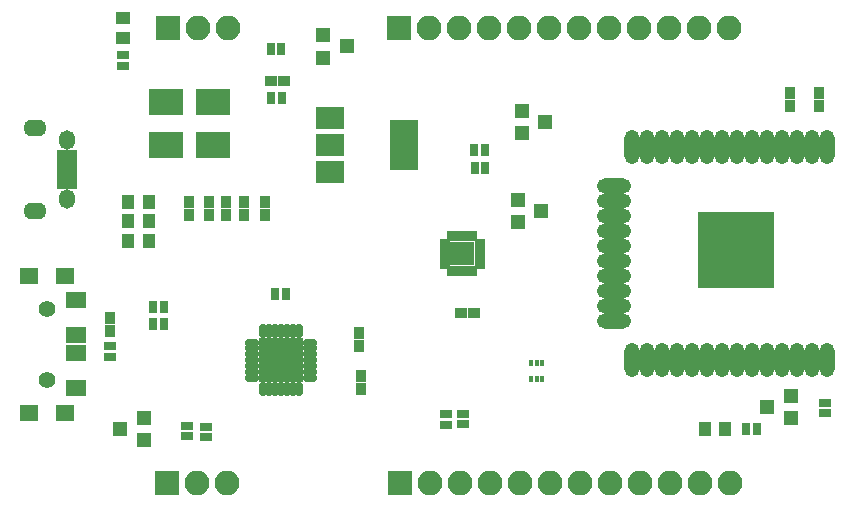
<source format=gts>
G04 #@! TF.GenerationSoftware,KiCad,Pcbnew,5.0.0-rc2-dev-unknown-e0e0687~62~ubuntu16.04.1*
G04 #@! TF.CreationDate,2018-03-18T12:36:43+01:00*
G04 #@! TF.ProjectId,GhostESP32,47686F737445535033322E6B69636164,rev?*
G04 #@! TF.SameCoordinates,Original*
G04 #@! TF.FileFunction,Soldermask,Top*
G04 #@! TF.FilePolarity,Negative*
%FSLAX46Y46*%
G04 Gerber Fmt 4.6, Leading zero omitted, Abs format (unit mm)*
G04 Created by KiCad (PCBNEW 5.0.0-rc2-dev-unknown-e0e0687~62~ubuntu16.04.1) date Sun Mar 18 12:36:43 2018*
%MOMM*%
%LPD*%
G01*
G04 APERTURE LIST*
%ADD10R,0.800000X1.000000*%
%ADD11R,0.452400X0.602400*%
%ADD12R,2.100000X2.100000*%
%ADD13O,2.100000X2.100000*%
%ADD14R,2.900000X2.200000*%
%ADD15R,0.900000X1.000000*%
%ADD16R,1.000000X0.900000*%
%ADD17O,1.950000X1.400000*%
%ADD18O,1.350000X1.650000*%
%ADD19R,1.750000X0.800000*%
%ADD20R,1.000000X1.200000*%
%ADD21R,1.200000X1.000000*%
%ADD22R,1.275000X1.200000*%
%ADD23R,0.600000X0.950000*%
%ADD24R,0.950000X0.600000*%
%ADD25R,2.075000X2.075000*%
%ADD26O,0.700000X1.250000*%
%ADD27O,1.250000X0.700000*%
%ADD28O,1.300000X2.900000*%
%ADD29O,2.900000X1.300000*%
%ADD30R,6.400000X6.400000*%
%ADD31R,1.700000X1.400000*%
%ADD32C,1.400000*%
%ADD33R,1.500000X1.400000*%
%ADD34R,1.000000X0.800000*%
%ADD35R,2.400000X1.900000*%
%ADD36R,2.400000X4.200000*%
%ADD37R,1.300000X1.200000*%
G04 APERTURE END LIST*
D10*
X107300000Y-107150000D03*
X106400000Y-107150000D03*
D11*
X139350000Y-111925000D03*
X138350000Y-111925000D03*
X138850000Y-113275000D03*
X138850000Y-111925000D03*
X138350000Y-113275000D03*
X139350000Y-113275000D03*
D12*
X107570000Y-122100000D03*
D13*
X110110000Y-122100000D03*
X112650000Y-122100000D03*
D14*
X111450000Y-89800000D03*
X107450000Y-89800000D03*
D10*
X116400000Y-89450000D03*
X117300000Y-89450000D03*
D15*
X102700000Y-108050000D03*
X102700000Y-109150000D03*
X123800000Y-109400000D03*
X123800000Y-110500000D03*
D16*
X132450000Y-107650000D03*
X133550000Y-107650000D03*
D15*
X124000000Y-113000000D03*
X124000000Y-114100000D03*
X162800000Y-90100000D03*
X162800000Y-89000000D03*
X160300000Y-89000000D03*
X160300000Y-90100000D03*
X112600000Y-98300000D03*
X112600000Y-99400000D03*
X114100000Y-99400000D03*
X114100000Y-98300000D03*
X111100000Y-98300000D03*
X111100000Y-99400000D03*
X109400000Y-99400000D03*
X109400000Y-98300000D03*
D16*
X117450000Y-88050000D03*
X116350000Y-88050000D03*
D15*
X115850000Y-99400000D03*
X115850000Y-98300000D03*
D17*
X96400000Y-99000000D03*
X96400000Y-92000000D03*
D18*
X99100000Y-98000000D03*
X99100000Y-93000000D03*
D19*
X99100000Y-96800000D03*
X99100000Y-96150000D03*
X99100000Y-95500000D03*
X99100000Y-94850000D03*
X99100000Y-94200000D03*
D20*
X106000000Y-98300000D03*
X104300000Y-98300000D03*
X104300000Y-99850000D03*
X106000000Y-99850000D03*
X106000000Y-101550000D03*
X104300000Y-101550000D03*
D21*
X103850000Y-82700000D03*
X103850000Y-84400000D03*
D20*
X154800000Y-117450000D03*
X153100000Y-117450000D03*
D14*
X111500000Y-93400000D03*
X107500000Y-93400000D03*
D22*
X132130000Y-102250000D03*
X132130000Y-103050000D03*
X133000000Y-102250000D03*
X133000000Y-103050000D03*
D23*
X131565000Y-101150000D03*
X131965000Y-101150000D03*
X132365000Y-101150000D03*
X132765000Y-101150000D03*
X133165000Y-101150000D03*
X133565000Y-101150000D03*
D24*
X134065000Y-101650000D03*
X134065000Y-102050000D03*
X134065000Y-102450000D03*
X134065000Y-102850000D03*
X134065000Y-103250000D03*
X134065000Y-103650000D03*
D23*
X133565000Y-104150000D03*
X133165000Y-104150000D03*
X132765000Y-104150000D03*
X132365000Y-104150000D03*
X131965000Y-104150000D03*
X131565000Y-104150000D03*
D24*
X131065000Y-103650000D03*
X131065000Y-103250000D03*
X131065000Y-102850000D03*
X131065000Y-102450000D03*
X131065000Y-102050000D03*
X131065000Y-101650000D03*
D25*
X116375000Y-110825000D03*
X116375000Y-112500000D03*
X118050000Y-110825000D03*
X118050000Y-112500000D03*
D26*
X115712500Y-109212500D03*
X116212500Y-109212500D03*
X116712500Y-109212500D03*
X117212500Y-109212500D03*
X117712500Y-109212500D03*
X118212500Y-109212500D03*
X118712500Y-109212500D03*
D27*
X119662500Y-110162500D03*
X119662500Y-110662500D03*
X119662500Y-111162500D03*
X119662500Y-111662500D03*
X119662500Y-112162500D03*
X119662500Y-112662500D03*
X119662500Y-113162500D03*
D26*
X118712500Y-114112500D03*
X118212500Y-114112500D03*
X117712500Y-114112500D03*
X117212500Y-114112500D03*
X116712500Y-114112500D03*
X116212500Y-114112500D03*
X115712500Y-114112500D03*
D27*
X114762500Y-113162500D03*
X114762500Y-112662500D03*
X114762500Y-112162500D03*
X114762500Y-111662500D03*
X114762500Y-111162500D03*
X114762500Y-110662500D03*
X114762500Y-110162500D03*
D28*
X163450000Y-111650000D03*
X162180000Y-111650000D03*
X160910000Y-111650000D03*
X159640000Y-111650000D03*
X158370000Y-111650000D03*
X157100000Y-111650000D03*
X155830000Y-111650000D03*
X154560000Y-111650000D03*
X153290000Y-111650000D03*
X152020000Y-111650000D03*
X150750000Y-111650000D03*
X149480000Y-111650000D03*
X148210000Y-111650000D03*
X146940000Y-111650000D03*
D29*
X145450000Y-108365000D03*
X145450000Y-107095000D03*
X145450000Y-105825000D03*
X145450000Y-104555000D03*
X145450000Y-103285000D03*
X145450000Y-102015000D03*
X145450000Y-100745000D03*
X145450000Y-99475000D03*
X145450000Y-98205000D03*
X145450000Y-96935000D03*
D28*
X146940000Y-93650000D03*
X148210000Y-93650000D03*
X149480000Y-93650000D03*
X150750000Y-93650000D03*
X152020000Y-93650000D03*
X153290000Y-93650000D03*
X154560000Y-93650000D03*
X155830000Y-93650000D03*
X157100000Y-93650000D03*
X158370000Y-93650000D03*
X159640000Y-93650000D03*
X160910000Y-93650000D03*
X162180000Y-93650000D03*
X163450000Y-93650000D03*
D30*
X155750000Y-102350000D03*
D31*
X99900000Y-106550000D03*
X99900000Y-109550000D03*
X99900000Y-111050000D03*
X99900000Y-114050000D03*
D32*
X97400000Y-113300000D03*
X97400000Y-107300000D03*
D33*
X98900000Y-104500000D03*
X95900000Y-104500000D03*
X98900000Y-116100000D03*
X95900000Y-116100000D03*
D13*
X112700000Y-83500000D03*
X110160000Y-83500000D03*
D12*
X107620000Y-83500000D03*
X127300000Y-122050000D03*
D13*
X129840000Y-122050000D03*
X132380000Y-122050000D03*
X134920000Y-122050000D03*
X137460000Y-122050000D03*
X140000000Y-122050000D03*
X142540000Y-122050000D03*
X145080000Y-122050000D03*
X147620000Y-122050000D03*
X150160000Y-122050000D03*
X152700000Y-122050000D03*
X155240000Y-122050000D03*
X155150000Y-83500000D03*
X152610000Y-83500000D03*
X150070000Y-83500000D03*
X147530000Y-83500000D03*
X144990000Y-83500000D03*
X142450000Y-83500000D03*
X139910000Y-83500000D03*
X137370000Y-83500000D03*
X134830000Y-83500000D03*
X132290000Y-83500000D03*
X129750000Y-83500000D03*
D12*
X127210000Y-83500000D03*
D10*
X117250000Y-85350000D03*
X116350000Y-85350000D03*
D34*
X102700000Y-111400000D03*
X102700000Y-110500000D03*
X131200000Y-117150000D03*
X131200000Y-116250000D03*
D10*
X133550000Y-93850000D03*
X134450000Y-93850000D03*
X134500000Y-95400000D03*
X133600000Y-95400000D03*
X106400000Y-108600000D03*
X107300000Y-108600000D03*
D34*
X103850000Y-86750000D03*
X103850000Y-85850000D03*
D10*
X156600000Y-117500000D03*
X157500000Y-117500000D03*
X117650000Y-106050000D03*
X116750000Y-106050000D03*
D34*
X109250000Y-117200000D03*
X109250000Y-118100000D03*
X110850000Y-118200000D03*
X110850000Y-117300000D03*
X132650000Y-116200000D03*
X132650000Y-117100000D03*
X163250000Y-115250000D03*
X163250000Y-116150000D03*
D35*
X121350000Y-91150000D03*
X121350000Y-95750000D03*
X121350000Y-93450000D03*
D36*
X127650000Y-93450000D03*
D37*
X139250000Y-99050000D03*
X137250000Y-100000000D03*
X137250000Y-98100000D03*
X160400000Y-116550000D03*
X160400000Y-114650000D03*
X158400000Y-115600000D03*
X139600000Y-91500000D03*
X137600000Y-92450000D03*
X137600000Y-90550000D03*
X120800000Y-84150000D03*
X120800000Y-86050000D03*
X122800000Y-85100000D03*
X103600000Y-117500000D03*
X105600000Y-116550000D03*
X105600000Y-118450000D03*
M02*

</source>
